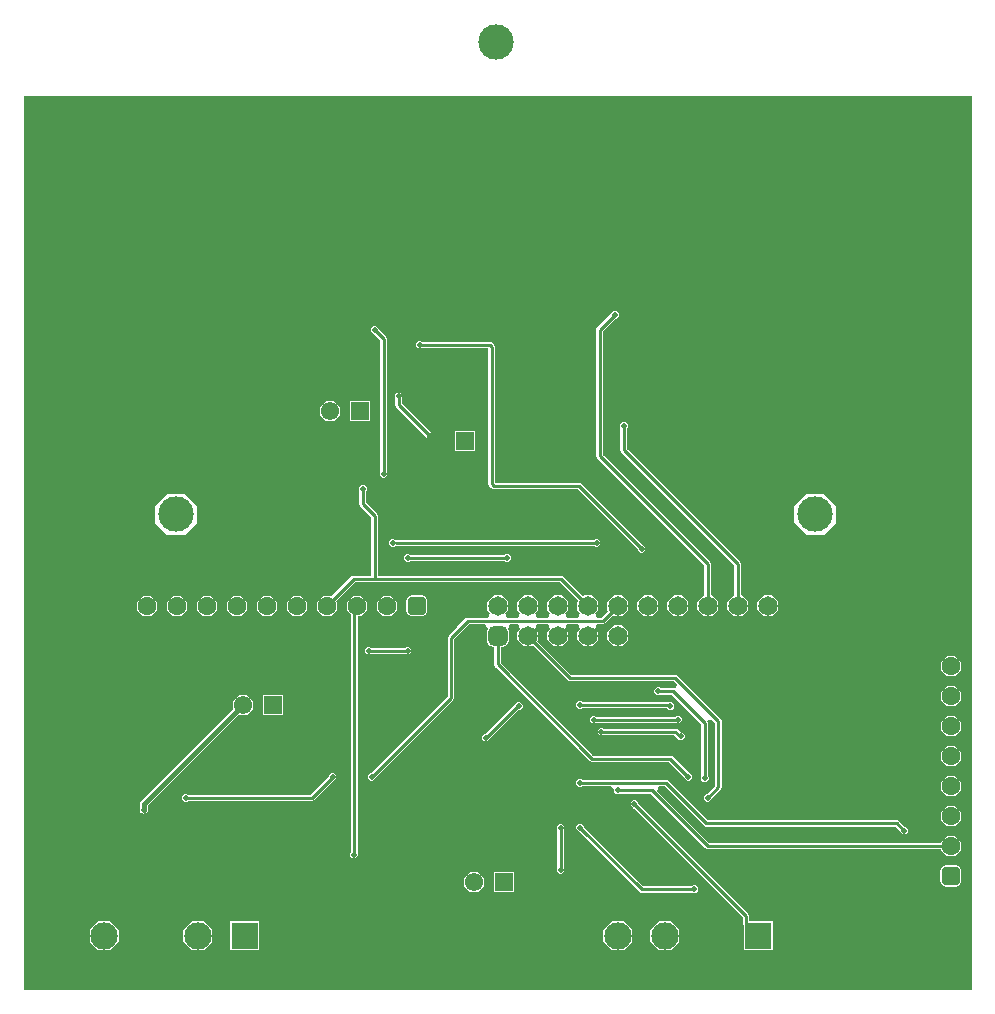
<source format=gbl>
G04*
G04 #@! TF.GenerationSoftware,Altium Limited,Altium Designer,21.6.4 (81)*
G04*
G04 Layer_Physical_Order=2*
G04 Layer_Color=9720587*
%FSLAX23Y23*%
%MOIN*%
G70*
G04*
G04 #@! TF.SameCoordinates,B862E28A-B53C-4780-801C-F1A4676C09CD*
G04*
G04*
G04 #@! TF.FilePolarity,Positive*
G04*
G01*
G75*
%ADD16C,0.010*%
%ADD18C,0.015*%
%ADD66C,0.061*%
%ADD67R,0.061X0.061*%
%ADD68C,0.118*%
%ADD69C,0.065*%
G04:AMPARAMS|DCode=70|XSize=65mil|YSize=65mil|CornerRadius=16mil|HoleSize=0mil|Usage=FLASHONLY|Rotation=0.000|XOffset=0mil|YOffset=0mil|HoleType=Round|Shape=RoundedRectangle|*
%AMROUNDEDRECTD70*
21,1,0.065,0.032,0,0,0.0*
21,1,0.032,0.065,0,0,0.0*
1,1,0.032,0.016,-0.016*
1,1,0.032,-0.016,-0.016*
1,1,0.032,-0.016,0.016*
1,1,0.032,0.016,0.016*
%
%ADD70ROUNDEDRECTD70*%
%ADD71C,0.063*%
G04:AMPARAMS|DCode=72|XSize=63mil|YSize=63mil|CornerRadius=16mil|HoleSize=0mil|Usage=FLASHONLY|Rotation=180.000|XOffset=0mil|YOffset=0mil|HoleType=Round|Shape=RoundedRectangle|*
%AMROUNDEDRECTD72*
21,1,0.063,0.031,0,0,180.0*
21,1,0.031,0.063,0,0,180.0*
1,1,0.031,-0.016,0.016*
1,1,0.031,0.016,0.016*
1,1,0.031,0.016,-0.016*
1,1,0.031,-0.016,-0.016*
%
%ADD72ROUNDEDRECTD72*%
G04:AMPARAMS|DCode=73|XSize=63mil|YSize=63mil|CornerRadius=16mil|HoleSize=0mil|Usage=FLASHONLY|Rotation=90.000|XOffset=0mil|YOffset=0mil|HoleType=Round|Shape=RoundedRectangle|*
%AMROUNDEDRECTD73*
21,1,0.063,0.031,0,0,90.0*
21,1,0.031,0.063,0,0,90.0*
1,1,0.031,0.016,0.016*
1,1,0.031,0.016,-0.016*
1,1,0.031,-0.016,-0.016*
1,1,0.031,-0.016,0.016*
%
%ADD73ROUNDEDRECTD73*%
%ADD74C,0.091*%
%ADD75R,0.091X0.091*%
%ADD76C,0.020*%
G36*
X3180Y20D02*
X20D01*
Y3000D01*
X3180D01*
Y20D01*
D02*
G37*
%LPC*%
G36*
X1173Y1983D02*
X1107D01*
Y1917D01*
X1173D01*
Y1983D01*
D02*
G37*
G36*
X1054D02*
X1026D01*
X1007Y1964D01*
Y1936D01*
X1026Y1917D01*
X1054D01*
X1073Y1936D01*
Y1964D01*
X1054Y1983D01*
D02*
G37*
G36*
X1270Y2011D02*
X1262Y2008D01*
X1259Y2000D01*
Y1970D01*
X1259Y1970D01*
X1262Y1962D01*
X1382Y1842D01*
X1390Y1839D01*
X1398Y1842D01*
X1401Y1850D01*
X1398Y1858D01*
X1281Y1974D01*
Y2000D01*
X1278Y2008D01*
X1270Y2011D01*
D02*
G37*
G36*
X1523Y1883D02*
X1457D01*
Y1817D01*
X1523D01*
Y1883D01*
D02*
G37*
G36*
X1195Y2233D02*
X1185D01*
X1178Y2225D01*
Y2215D01*
X1185Y2207D01*
X1187D01*
X1209Y2186D01*
Y1747D01*
X1207Y1745D01*
Y1735D01*
X1215Y1727D01*
X1225D01*
X1232Y1735D01*
Y1745D01*
X1231Y1747D01*
Y2190D01*
X1231Y2190D01*
X1228Y2198D01*
X1228Y2198D01*
X1202Y2223D01*
Y2225D01*
X1195Y2233D01*
D02*
G37*
G36*
X2687Y1674D02*
X2630D01*
X2589Y1634D01*
Y1576D01*
X2630Y1535D01*
X2687D01*
X2728Y1576D01*
Y1634D01*
X2687Y1674D01*
D02*
G37*
G36*
X557D02*
X499D01*
X459Y1634D01*
Y1576D01*
X499Y1535D01*
X557D01*
X597Y1576D01*
Y1634D01*
X557Y1674D01*
D02*
G37*
G36*
X1935Y1523D02*
X1925D01*
X1923Y1521D01*
X1260D01*
X1258Y1520D01*
X1255Y1523D01*
X1245D01*
X1237Y1515D01*
Y1505D01*
X1245Y1497D01*
X1255D01*
X1258Y1500D01*
X1260Y1499D01*
X1923D01*
X1925Y1497D01*
X1935D01*
X1942Y1505D01*
Y1515D01*
X1935Y1523D01*
D02*
G37*
G36*
X1345Y2182D02*
X1335D01*
X1327Y2175D01*
Y2165D01*
X1335Y2158D01*
X1345D01*
X1347Y2159D01*
X1569D01*
Y1706D01*
X1569Y1706D01*
X1572Y1698D01*
X1578Y1692D01*
X1578Y1692D01*
X1586Y1689D01*
X1586Y1689D01*
X1866D01*
X2068Y1487D01*
Y1485D01*
X2075Y1477D01*
X2085D01*
X2092Y1485D01*
Y1495D01*
X2085Y1503D01*
X2083D01*
X1878Y1708D01*
X1870Y1711D01*
X1870Y1711D01*
X1591D01*
Y2164D01*
X1591Y2164D01*
X1588Y2172D01*
X1588Y2172D01*
X1582Y2178D01*
X1574Y2181D01*
X1574Y2181D01*
X1347D01*
X1345Y2182D01*
D02*
G37*
G36*
X1635Y1472D02*
X1625D01*
X1623Y1471D01*
X1307D01*
X1305Y1472D01*
X1295D01*
X1288Y1465D01*
Y1455D01*
X1295Y1447D01*
X1305D01*
X1307Y1449D01*
X1623D01*
X1625Y1447D01*
X1635D01*
X1643Y1455D01*
Y1465D01*
X1635Y1472D01*
D02*
G37*
G36*
X1155Y1702D02*
X1145D01*
X1138Y1695D01*
Y1685D01*
X1139Y1683D01*
Y1640D01*
X1139Y1640D01*
X1142Y1632D01*
X1179Y1596D01*
Y1401D01*
X1120D01*
X1120Y1401D01*
X1112Y1398D01*
X1112Y1398D01*
X1046Y1332D01*
X1044Y1334D01*
X1016D01*
X996Y1314D01*
Y1286D01*
X1016Y1266D01*
X1044D01*
X1064Y1286D01*
Y1314D01*
X1062Y1316D01*
X1124Y1379D01*
X1806D01*
X1868Y1317D01*
X1865Y1314D01*
Y1286D01*
X1875Y1276D01*
X1868Y1261D01*
X1832D01*
X1825Y1276D01*
X1835Y1286D01*
Y1314D01*
X1814Y1335D01*
X1786D01*
X1765Y1314D01*
Y1286D01*
X1775Y1276D01*
X1768Y1261D01*
X1732D01*
X1725Y1276D01*
X1735Y1286D01*
Y1314D01*
X1714Y1335D01*
X1686D01*
X1665Y1314D01*
Y1286D01*
X1675Y1276D01*
X1668Y1261D01*
X1632D01*
X1625Y1276D01*
X1635Y1286D01*
Y1314D01*
X1614Y1335D01*
X1586D01*
X1565Y1314D01*
Y1286D01*
X1575Y1276D01*
X1568Y1261D01*
X1500D01*
X1500Y1261D01*
X1492Y1258D01*
X1492Y1258D01*
X1436Y1201D01*
X1433Y1194D01*
X1433Y1194D01*
Y998D01*
X1177Y743D01*
X1175D01*
X1168Y735D01*
Y725D01*
X1175Y717D01*
X1185D01*
X1192Y725D01*
Y727D01*
X1451Y986D01*
X1451Y986D01*
X1454Y994D01*
X1454Y994D01*
Y1189D01*
X1504Y1239D01*
X1558D01*
X1567Y1224D01*
X1563Y1216D01*
Y1184D01*
X1569Y1169D01*
X1584Y1163D01*
X1589D01*
Y1105D01*
X1589Y1105D01*
X1592Y1097D01*
X1907Y782D01*
X1907Y782D01*
X1915Y779D01*
X1915Y779D01*
X2171D01*
X2223Y727D01*
Y725D01*
X2230Y717D01*
X2240D01*
X2247Y725D01*
Y735D01*
X2240Y743D01*
X2238D01*
X2183Y798D01*
X2175Y801D01*
X2175Y801D01*
X1919D01*
X1611Y1109D01*
Y1163D01*
X1616D01*
X1631Y1169D01*
X1637Y1184D01*
Y1216D01*
X1633Y1224D01*
X1642Y1239D01*
X1668D01*
X1675Y1224D01*
X1665Y1214D01*
Y1186D01*
X1686Y1165D01*
X1714D01*
X1717Y1168D01*
X1832Y1052D01*
X1840Y1049D01*
X1840Y1049D01*
X2186D01*
X2198Y1037D01*
X2190Y1024D01*
X2185Y1026D01*
X2185Y1026D01*
X2142D01*
X2140Y1028D01*
X2130D01*
X2122Y1020D01*
Y1010D01*
X2130Y1003D01*
X2140D01*
X2142Y1004D01*
X2181D01*
X2279Y906D01*
Y732D01*
X2277Y730D01*
Y720D01*
X2285Y712D01*
X2295D01*
X2303Y720D01*
Y730D01*
X2301Y732D01*
Y910D01*
X2299Y915D01*
X2312Y923D01*
X2324Y911D01*
Y699D01*
X2297Y673D01*
X2295D01*
X2287Y665D01*
Y655D01*
X2295Y647D01*
X2305D01*
X2312Y655D01*
Y657D01*
X2343Y687D01*
X2343Y687D01*
X2346Y695D01*
X2346Y695D01*
Y915D01*
X2346Y915D01*
X2343Y923D01*
X2343Y923D01*
X2198Y1068D01*
X2190Y1071D01*
X2190Y1071D01*
X1844D01*
X1732Y1183D01*
X1735Y1186D01*
Y1214D01*
X1725Y1224D01*
X1732Y1239D01*
X1768D01*
X1775Y1224D01*
X1765Y1214D01*
Y1186D01*
X1786Y1165D01*
X1814D01*
X1835Y1186D01*
Y1214D01*
X1825Y1224D01*
X1832Y1239D01*
X1868D01*
X1875Y1224D01*
X1865Y1214D01*
Y1186D01*
X1886Y1165D01*
X1914D01*
X1935Y1186D01*
Y1214D01*
X1925Y1224D01*
X1932Y1239D01*
X1950D01*
X1950Y1239D01*
X1958Y1242D01*
X1983Y1268D01*
X1986Y1265D01*
X2014D01*
X2035Y1286D01*
Y1314D01*
X2014Y1335D01*
X1986D01*
X1965Y1314D01*
Y1286D01*
X1968Y1283D01*
X1946Y1261D01*
X1932D01*
X1925Y1276D01*
X1935Y1286D01*
Y1314D01*
X1914Y1335D01*
X1886D01*
X1883Y1332D01*
X1818Y1398D01*
X1810Y1401D01*
X1810Y1401D01*
X1201D01*
Y1600D01*
X1198Y1608D01*
X1198Y1608D01*
X1161Y1644D01*
Y1683D01*
X1163Y1685D01*
Y1695D01*
X1155Y1702D01*
D02*
G37*
G36*
X1244Y1334D02*
X1216D01*
X1196Y1314D01*
Y1286D01*
X1216Y1266D01*
X1244D01*
X1264Y1286D01*
Y1314D01*
X1244Y1334D01*
D02*
G37*
G36*
X944D02*
X916D01*
X896Y1314D01*
Y1286D01*
X916Y1266D01*
X944D01*
X964Y1286D01*
Y1314D01*
X944Y1334D01*
D02*
G37*
G36*
X844D02*
X816D01*
X796Y1314D01*
Y1286D01*
X816Y1266D01*
X844D01*
X864Y1286D01*
Y1314D01*
X844Y1334D01*
D02*
G37*
G36*
X744D02*
X716D01*
X696Y1314D01*
Y1286D01*
X716Y1266D01*
X744D01*
X764Y1286D01*
Y1314D01*
X744Y1334D01*
D02*
G37*
G36*
X644D02*
X616D01*
X596Y1314D01*
Y1286D01*
X616Y1266D01*
X644D01*
X664Y1286D01*
Y1314D01*
X644Y1334D01*
D02*
G37*
G36*
X544D02*
X516D01*
X496Y1314D01*
Y1286D01*
X516Y1266D01*
X544D01*
X564Y1286D01*
Y1314D01*
X544Y1334D01*
D02*
G37*
G36*
X444D02*
X416D01*
X396Y1314D01*
Y1286D01*
X416Y1266D01*
X444D01*
X464Y1286D01*
Y1314D01*
X444Y1334D01*
D02*
G37*
G36*
X2514Y1335D02*
X2486D01*
X2465Y1314D01*
Y1286D01*
X2486Y1265D01*
X2514D01*
X2535Y1286D01*
Y1314D01*
X2514Y1335D01*
D02*
G37*
G36*
X2025Y1913D02*
X2015D01*
X2007Y1905D01*
Y1895D01*
X2009Y1893D01*
Y1820D01*
X2009Y1820D01*
X2012Y1812D01*
X2389Y1436D01*
Y1335D01*
X2386D01*
X2365Y1314D01*
Y1286D01*
X2386Y1265D01*
X2414D01*
X2435Y1286D01*
Y1314D01*
X2414Y1335D01*
X2411D01*
Y1440D01*
X2411Y1440D01*
X2408Y1448D01*
X2408Y1448D01*
X2031Y1824D01*
Y1893D01*
X2033Y1895D01*
Y1905D01*
X2025Y1913D01*
D02*
G37*
G36*
X1995Y2283D02*
X1985D01*
X1977Y2275D01*
Y2273D01*
X1932Y2228D01*
X1929Y2220D01*
X1929Y2220D01*
Y1800D01*
X1929Y1800D01*
X1932Y1792D01*
X2289Y1436D01*
Y1335D01*
X2286D01*
X2265Y1314D01*
Y1286D01*
X2286Y1265D01*
X2314D01*
X2335Y1286D01*
Y1314D01*
X2314Y1335D01*
X2311D01*
Y1440D01*
X2311Y1440D01*
X2308Y1448D01*
X2308Y1448D01*
X1951Y1804D01*
Y2216D01*
X1993Y2257D01*
X1995D01*
X2003Y2265D01*
Y2275D01*
X1995Y2283D01*
D02*
G37*
G36*
X2214Y1335D02*
X2186D01*
X2165Y1314D01*
Y1286D01*
X2186Y1265D01*
X2214D01*
X2235Y1286D01*
Y1314D01*
X2214Y1335D01*
D02*
G37*
G36*
X2114D02*
X2086D01*
X2065Y1314D01*
Y1286D01*
X2086Y1265D01*
X2114D01*
X2135Y1286D01*
Y1314D01*
X2114Y1335D01*
D02*
G37*
G36*
X1346Y1335D02*
X1314D01*
X1300Y1330D01*
X1295Y1316D01*
Y1284D01*
X1300Y1270D01*
X1314Y1265D01*
X1346D01*
X1360Y1270D01*
X1365Y1284D01*
Y1316D01*
X1360Y1330D01*
X1346Y1335D01*
D02*
G37*
G36*
X2014Y1235D02*
X1986D01*
X1965Y1214D01*
Y1186D01*
X1986Y1165D01*
X2014D01*
X2035Y1186D01*
Y1214D01*
X2014Y1235D01*
D02*
G37*
G36*
X1305Y1163D02*
X1295D01*
X1293Y1161D01*
X1177D01*
X1175Y1163D01*
X1165D01*
X1158Y1155D01*
Y1145D01*
X1165Y1138D01*
X1175D01*
X1177Y1139D01*
X1293D01*
X1295Y1138D01*
X1305D01*
X1312Y1145D01*
Y1155D01*
X1305Y1163D01*
D02*
G37*
G36*
X3124Y1134D02*
X3096D01*
X3076Y1114D01*
Y1086D01*
X3096Y1066D01*
X3124D01*
X3144Y1086D01*
Y1114D01*
X3124Y1134D01*
D02*
G37*
G36*
Y1034D02*
X3096D01*
X3076Y1014D01*
Y986D01*
X3096Y966D01*
X3124D01*
X3144Y986D01*
Y1014D01*
X3124Y1034D01*
D02*
G37*
G36*
X1880Y983D02*
X1870D01*
X1862Y975D01*
Y965D01*
X1870Y957D01*
X1880D01*
X1882Y959D01*
X2163D01*
X2165Y957D01*
X2165Y957D01*
X2165Y957D01*
X2170Y952D01*
X2180D01*
X2188Y960D01*
Y970D01*
X2180Y978D01*
X2175D01*
X2175Y978D01*
X2167Y981D01*
X2167Y981D01*
X1882D01*
X1880Y983D01*
D02*
G37*
G36*
X1675Y978D02*
X1665D01*
X1660Y973D01*
X1655Y971D01*
X1655Y971D01*
X1557Y873D01*
X1555D01*
X1548Y865D01*
Y855D01*
X1555Y848D01*
X1565D01*
X1572Y855D01*
Y857D01*
X1668Y952D01*
X1668D01*
X1668Y952D01*
X1669Y952D01*
X1675D01*
X1683Y960D01*
Y970D01*
X1675Y978D01*
D02*
G37*
G36*
X883Y1003D02*
X817D01*
Y937D01*
X883D01*
Y1003D01*
D02*
G37*
G36*
X764D02*
X736D01*
X717Y984D01*
Y956D01*
X717Y956D01*
X411Y651D01*
X407Y641D01*
Y622D01*
X406Y620D01*
X407Y618D01*
Y615D01*
X409Y613D01*
X410Y610D01*
X413Y609D01*
X415Y608D01*
X418D01*
X420Y606D01*
X422Y608D01*
X425D01*
X427Y609D01*
X430Y610D01*
X431Y611D01*
X432Y614D01*
X433Y615D01*
Y616D01*
X434Y621D01*
Y635D01*
X736Y937D01*
X736Y937D01*
X764D01*
X783Y956D01*
Y984D01*
X764Y1003D01*
D02*
G37*
G36*
X2205Y933D02*
X2195D01*
X2193Y931D01*
X1927D01*
X1925Y933D01*
X1915D01*
X1908Y925D01*
Y915D01*
X1915Y908D01*
X1925D01*
X1927Y909D01*
X2193D01*
X2195Y908D01*
X2205D01*
X2213Y915D01*
Y925D01*
X2205Y933D01*
D02*
G37*
G36*
X3124Y934D02*
X3096D01*
X3076Y914D01*
Y886D01*
X3096Y866D01*
X3124D01*
X3144Y886D01*
Y914D01*
X3124Y934D01*
D02*
G37*
G36*
X1950Y892D02*
X1940D01*
X1933Y885D01*
Y875D01*
X1940Y868D01*
X1950D01*
X1952Y869D01*
X2188D01*
X2200Y857D01*
X2200Y857D01*
X2205Y853D01*
X2215D01*
X2223Y860D01*
Y870D01*
X2215Y877D01*
X2210D01*
X2200Y888D01*
X2192Y891D01*
X2192Y891D01*
X1952D01*
X1950Y892D01*
D02*
G37*
G36*
X3124Y834D02*
X3096D01*
X3076Y814D01*
Y786D01*
X3096Y766D01*
X3124D01*
X3144Y786D01*
Y814D01*
X3124Y834D01*
D02*
G37*
G36*
X1055Y743D02*
X1045D01*
X1038Y735D01*
Y733D01*
X976Y671D01*
X567D01*
X565Y673D01*
X555D01*
X548Y665D01*
Y655D01*
X555Y647D01*
X565D01*
X567Y649D01*
X980D01*
X980Y649D01*
X988Y652D01*
X1053Y717D01*
X1055D01*
X1062Y725D01*
Y735D01*
X1055Y743D01*
D02*
G37*
G36*
X3124Y734D02*
X3096D01*
X3076Y714D01*
Y686D01*
X3096Y666D01*
X3124D01*
X3144Y686D01*
Y714D01*
X3124Y734D01*
D02*
G37*
G36*
Y634D02*
X3096D01*
X3076Y614D01*
Y586D01*
X3096Y566D01*
X3124D01*
X3144Y586D01*
Y614D01*
X3124Y634D01*
D02*
G37*
G36*
X1880Y723D02*
X1870D01*
X1862Y715D01*
Y705D01*
X1870Y697D01*
X1880D01*
X1882Y699D01*
X1976D01*
X1987Y690D01*
X1987Y680D01*
X1995Y673D01*
X2005D01*
X2007Y674D01*
X2111D01*
X2292Y492D01*
X2292Y492D01*
X2300Y489D01*
X2300Y489D01*
X3076D01*
Y486D01*
X3096Y466D01*
X3124D01*
X3144Y486D01*
Y514D01*
X3124Y534D01*
X3096D01*
X3076Y514D01*
Y511D01*
X2304D01*
X2131Y684D01*
X2137Y699D01*
X2156D01*
X2287Y567D01*
X2287Y567D01*
X2295Y564D01*
X2926D01*
X2943Y547D01*
Y545D01*
X2950Y538D01*
X2960D01*
X2967Y545D01*
Y555D01*
X2960Y562D01*
X2958D01*
X2938Y583D01*
X2930Y586D01*
X2930Y586D01*
X2299D01*
X2168Y718D01*
X2160Y721D01*
X2160Y721D01*
X1882D01*
X1880Y723D01*
D02*
G37*
G36*
X1144Y1334D02*
X1116D01*
X1096Y1314D01*
Y1286D01*
X1111Y1271D01*
Y479D01*
X1107Y475D01*
Y465D01*
X1115Y458D01*
X1125D01*
X1133Y465D01*
Y471D01*
X1133Y472D01*
X1133Y472D01*
Y1266D01*
X1144D01*
X1164Y1286D01*
Y1314D01*
X1144Y1334D01*
D02*
G37*
G36*
X1815Y572D02*
X1805D01*
X1798Y565D01*
Y555D01*
X1799Y553D01*
Y427D01*
X1798Y425D01*
Y415D01*
X1805Y407D01*
X1815D01*
X1822Y415D01*
Y425D01*
X1821Y427D01*
Y553D01*
X1822Y555D01*
Y565D01*
X1815Y572D01*
D02*
G37*
G36*
X3126Y435D02*
X3094D01*
X3080Y430D01*
X3075Y416D01*
Y384D01*
X3080Y370D01*
X3094Y364D01*
X3126D01*
X3140Y370D01*
X3145Y384D01*
Y416D01*
X3140Y430D01*
X3126Y435D01*
D02*
G37*
G36*
X1653Y413D02*
X1587D01*
Y347D01*
X1653D01*
Y413D01*
D02*
G37*
G36*
X1534D02*
X1506D01*
X1487Y394D01*
Y366D01*
X1506Y347D01*
X1534D01*
X1553Y366D01*
Y394D01*
X1534Y413D01*
D02*
G37*
G36*
X1880Y572D02*
X1870D01*
X1862Y565D01*
Y555D01*
X1870Y548D01*
X1872D01*
X2072Y347D01*
X2072Y347D01*
X2080Y344D01*
X2080Y344D01*
X2248D01*
X2250Y343D01*
X2260D01*
X2267Y350D01*
Y360D01*
X2260Y368D01*
X2250D01*
X2248Y366D01*
X2084D01*
X1888Y563D01*
Y565D01*
X1880Y572D01*
D02*
G37*
G36*
X2060Y652D02*
X2050D01*
X2043Y645D01*
Y635D01*
X2050Y627D01*
X2052D01*
X2417Y263D01*
Y240D01*
X2417Y240D01*
X2420Y233D01*
X2420Y232D01*
Y152D01*
X2516D01*
Y248D01*
X2439D01*
Y267D01*
X2439Y267D01*
X2435Y275D01*
X2068Y643D01*
Y645D01*
X2060Y652D01*
D02*
G37*
G36*
X2176Y248D02*
X2136D01*
X2108Y220D01*
Y180D01*
X2136Y152D01*
X2176D01*
X2204Y180D01*
Y220D01*
X2176Y248D01*
D02*
G37*
G36*
X2020D02*
X1980D01*
X1952Y220D01*
Y180D01*
X1980Y152D01*
X2020D01*
X2048Y180D01*
Y220D01*
X2020Y248D01*
D02*
G37*
G36*
X804D02*
X708D01*
Y152D01*
X804D01*
Y248D01*
D02*
G37*
G36*
X620D02*
X580D01*
X552Y220D01*
Y180D01*
X580Y152D01*
X620D01*
X648Y180D01*
Y220D01*
X620Y248D01*
D02*
G37*
G36*
X308D02*
X268D01*
X240Y220D01*
Y180D01*
X268Y152D01*
X308D01*
X336Y180D01*
Y220D01*
X308Y248D01*
D02*
G37*
%LPD*%
D16*
X1270Y1970D02*
Y2000D01*
Y1970D02*
X1390Y1850D01*
X2930Y575D02*
X2955Y550D01*
X2295Y575D02*
X2930D01*
X2160Y710D02*
X2295Y575D01*
X1875Y710D02*
X2160D01*
X1875Y560D02*
X2080Y355D01*
X2255D01*
X2428Y240D02*
X2468Y200D01*
X2055Y640D02*
X2428Y267D01*
Y240D02*
Y267D01*
X1560Y860D02*
X1663Y963D01*
X1668D01*
X1670Y965D01*
X2175Y790D02*
X2235Y730D01*
X1600Y1105D02*
X1915Y790D01*
X1600Y1105D02*
Y1200D01*
X1915Y790D02*
X2175D01*
X2300Y500D02*
X3110D01*
X2115Y685D02*
X2300Y500D01*
X2000Y685D02*
X2115D01*
X1920Y920D02*
X2200D01*
X2167Y970D02*
X2172Y965D01*
X2175D01*
X1875Y970D02*
X2167D01*
X2192Y880D02*
X2207Y865D01*
X1945Y880D02*
X2192D01*
X2207Y865D02*
X2210D01*
X2135Y1015D02*
X2185D01*
X2290Y910D01*
Y725D02*
Y910D01*
X2300Y660D02*
X2335Y695D01*
Y915D01*
X1840Y1060D02*
X2190D01*
X2335Y915D01*
X1700Y1200D02*
X1840Y1060D01*
X1810Y420D02*
Y560D01*
X1300Y1460D02*
X1630D01*
X1260Y1510D02*
X1930D01*
X1190Y1390D02*
Y1600D01*
X1150Y1640D02*
X1190Y1600D01*
X1150Y1640D02*
Y1690D01*
X1180Y730D02*
X1444Y994D01*
Y1194D01*
X1500Y1250D01*
X1170Y1150D02*
X1300D01*
X1580Y1706D02*
X1586Y1700D01*
X1870D02*
X2080Y1490D01*
X1580Y1706D02*
Y2164D01*
X1586Y1700D02*
X1870D01*
X1340Y2170D02*
X1574D01*
X1580Y2164D01*
X1190Y2220D02*
X1220Y2190D01*
Y1740D02*
Y2190D01*
X1190Y1390D02*
X1810D01*
X1120D02*
X1190D01*
X1940Y1800D02*
Y2220D01*
X1990Y2270D01*
X2020Y1820D02*
Y1900D01*
X2400Y1300D02*
Y1440D01*
X2020Y1820D02*
X2400Y1440D01*
X2300Y1300D02*
Y1440D01*
X1940Y1800D02*
X2300Y1440D01*
X1500Y1250D02*
X1950D01*
X2000Y1300D01*
X560Y660D02*
X980D01*
X1050Y730D01*
X1810Y1390D02*
X1900Y1300D01*
X1030D02*
X1120Y1390D01*
X1122Y472D02*
Y1292D01*
X1120Y470D02*
X1122Y472D01*
Y1292D02*
X1130Y1300D01*
D18*
X421Y621D02*
Y641D01*
X750Y970D01*
X420Y620D02*
X421Y621D01*
D66*
X1390Y1850D02*
D03*
X1040Y1950D02*
D03*
X1520Y380D02*
D03*
X750Y970D02*
D03*
D67*
X1490Y1850D02*
D03*
X1140Y1950D02*
D03*
X1620Y380D02*
D03*
X850Y970D02*
D03*
D68*
X2658Y1605D02*
D03*
X1593Y3180D02*
D03*
X528Y1605D02*
D03*
D69*
X2300Y1300D02*
D03*
Y1200D02*
D03*
X2100Y1300D02*
D03*
Y1200D02*
D03*
X2000Y1300D02*
D03*
Y1200D02*
D03*
X1700Y1300D02*
D03*
Y1200D02*
D03*
X1600Y1300D02*
D03*
X1800Y1200D02*
D03*
Y1300D02*
D03*
X1900Y1200D02*
D03*
Y1300D02*
D03*
X2200Y1200D02*
D03*
Y1300D02*
D03*
X2400Y1200D02*
D03*
X2500D02*
D03*
X2400Y1300D02*
D03*
X2500D02*
D03*
D70*
X1600Y1200D02*
D03*
D71*
X630Y1300D02*
D03*
X730D02*
D03*
X930D02*
D03*
X1130D02*
D03*
X1230D02*
D03*
X1030D02*
D03*
X830D02*
D03*
X530D02*
D03*
X430D02*
D03*
X3110Y1100D02*
D03*
Y1000D02*
D03*
Y800D02*
D03*
Y600D02*
D03*
Y500D02*
D03*
Y700D02*
D03*
Y900D02*
D03*
Y1200D02*
D03*
Y1300D02*
D03*
D72*
X1330D02*
D03*
D73*
X3110Y400D02*
D03*
D74*
X2000Y200D02*
D03*
X2156D02*
D03*
X2312D02*
D03*
X600D02*
D03*
X444D02*
D03*
X288D02*
D03*
D75*
X2468D02*
D03*
X756D02*
D03*
D76*
X910Y590D02*
D03*
X880Y730D02*
D03*
X1270Y2000D02*
D03*
X420Y620D02*
D03*
X700Y725D02*
D03*
X675Y515D02*
D03*
X2955Y550D02*
D03*
X1875Y710D02*
D03*
Y665D02*
D03*
X2255Y355D02*
D03*
X2055Y640D02*
D03*
X1670Y965D02*
D03*
X1875Y560D02*
D03*
X2000Y685D02*
D03*
X2200Y920D02*
D03*
X2210Y865D02*
D03*
X2175Y965D02*
D03*
X2135Y1015D02*
D03*
X1875Y970D02*
D03*
X1920Y920D02*
D03*
X1945Y880D02*
D03*
X2300Y660D02*
D03*
X2290Y725D02*
D03*
X2235Y730D02*
D03*
X1295Y295D02*
D03*
X1810Y560D02*
D03*
Y420D02*
D03*
X1560Y860D02*
D03*
X1300Y1460D02*
D03*
X1630D02*
D03*
X1250Y1510D02*
D03*
X1930D02*
D03*
X1170Y1150D02*
D03*
X1300D02*
D03*
X2080Y1490D02*
D03*
X1340Y2170D02*
D03*
X1150Y1830D02*
D03*
Y1690D02*
D03*
X1220Y1740D02*
D03*
X1990Y2270D02*
D03*
X1970Y2100D02*
D03*
X1190Y2220D02*
D03*
X2020Y1900D02*
D03*
X1180Y730D02*
D03*
X1050D02*
D03*
X1060Y2420D02*
D03*
X1960Y2470D02*
D03*
X1710Y640D02*
D03*
X560Y660D02*
D03*
X1120Y470D02*
D03*
M02*

</source>
